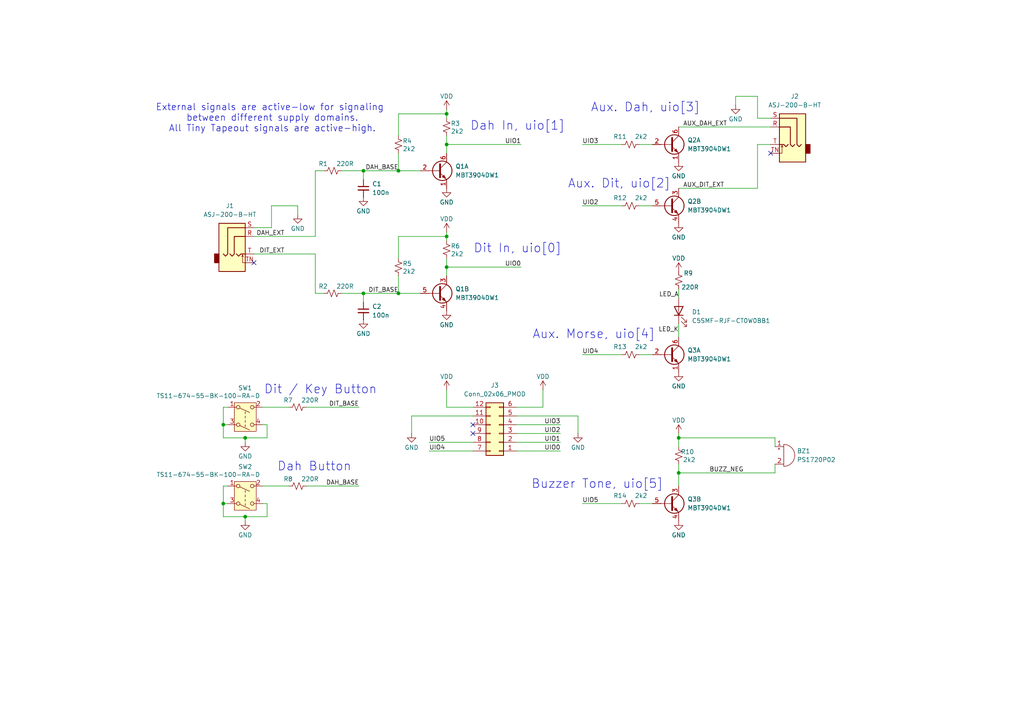
<source format=kicad_sch>
(kicad_sch (version 20250114) (generator "eeschema") (generator_version "9.0")
  (paper "A4")
  (lib_symbols
    (symbol "Connector_Audio:AudioJack3_SwitchT"
      (property "Reference" "J" (at 0 8.89 0))
      (property "Value" "AudioJack3_SwitchT" (at 0 6.35 0))
      (symbol "AudioJack3_SwitchT_0_1"
        (rectangle (start -5.08 -5.08) (end -6.35 -7.62) (stroke (width 0.254)) (fill (type outline)))
        (polyline (pts (xy -1.905 -5.08) (xy -1.27 -5.715) (xy -0.635 -5.08) (xy -0.635 0) (xy 2.54 0)) (stroke (width 0.254)))
        (polyline (pts (xy 0 -5.08) (xy 0.635 -5.715) (xy 1.27 -5.08) (xy 2.54 -5.08)) (stroke (width 0.254)))
        (polyline (pts (xy 1.778 -5.334) (xy 2.032 -5.842)))
        (rectangle (start 2.54 3.81) (end -5.08 -10.16) (stroke (width 0.254)) (fill (type background)))
        (polyline (pts (xy 2.54 2.54) (xy -2.54 2.54) (xy -2.54 -5.08) (xy -3.175 -5.715) (xy -3.81 -5.08)) (stroke (width 0.254)))
        (polyline (pts (xy 2.54 -7.62) (xy 1.778 -7.62) (xy 1.778 -5.334) (xy 1.524 -5.842)))
      )
      (symbol "AudioJack3_SwitchT_1_1"
        (pin passive line (at 5.08 2.54 180) (length 2.54) (name "~") (number "S"))
        (pin passive line (at 5.08 0 180) (length 2.54) (name "~") (number "R"))
        (pin passive line (at 5.08 -5.08 180) (length 2.54) (name "~") (number "T"))
        (pin passive line (at 5.08 -7.62 180) (length 2.54) (name "~") (number "TN"))
      )
    )
    (symbol "Connector_Generic:Conn_02x06_Top_Bottom" (pin_names (offset 1.016) (hide yes))
      (property "Reference" "J" (at 1.27 7.62 0))
      (property "Value" "Conn_02x06_Top_Bottom" (at 1.27 -10.16 0))
      (symbol "Conn_02x06_Top_Bottom_1_1"
        (rectangle (start -1.27 6.35) (end 3.81 -8.89) (stroke (width 0.254)) (fill (type background)))
        (rectangle (start -1.27 5.207) (end 0 4.953) (stroke (width 0.1524)))
        (rectangle (start -1.27 2.667) (end 0 2.413) (stroke (width 0.1524)))
        (rectangle (start -1.27 0.127) (end 0 -0.127) (stroke (width 0.1524)))
        (rectangle (start -1.27 -2.413) (end 0 -2.667) (stroke (width 0.1524)))
        (rectangle (start -1.27 -4.953) (end 0 -5.207) (stroke (width 0.1524)))
        (rectangle (start -1.27 -7.493) (end 0 -7.747) (stroke (width 0.1524)))
        (rectangle (start 3.81 5.207) (end 2.54 4.953) (stroke (width 0.1524)))
        (rectangle (start 3.81 2.667) (end 2.54 2.413) (stroke (width 0.1524)))
        (rectangle (start 3.81 0.127) (end 2.54 -0.127) (stroke (width 0.1524)))
        (rectangle (start 3.81 -2.413) (end 2.54 -2.667) (stroke (width 0.1524)))
        (rectangle (start 3.81 -4.953) (end 2.54 -5.207) (stroke (width 0.1524)))
        (rectangle (start 3.81 -7.493) (end 2.54 -7.747) (stroke (width 0.1524)))
        (pin passive line (at -5.08 5.08 0) (length 3.81) (name "Pin_1") (number "1"))
        (pin passive line (at -5.08 2.54 0) (length 3.81) (name "Pin_2") (number "2"))
        (pin passive line (at -5.08 0 0) (length 3.81) (name "Pin_3") (number "3"))
        (pin passive line (at -5.08 -2.54 0) (length 3.81) (name "Pin_4") (number "4"))
        (pin passive line (at -5.08 -5.08 0) (length 3.81) (name "Pin_5") (number "5"))
        (pin passive line (at -5.08 -7.62 0) (length 3.81) (name "Pin_6") (number "6"))
        (pin passive line (at 7.62 5.08 180) (length 3.81) (name "Pin_7") (number "7"))
        (pin passive line (at 7.62 2.54 180) (length 3.81) (name "Pin_8") (number "8"))
        (pin passive line (at 7.62 0 180) (length 3.81) (name "Pin_9") (number "9"))
        (pin passive line (at 7.62 -2.54 180) (length 3.81) (name "Pin_10") (number "10"))
        (pin passive line (at 7.62 -5.08 180) (length 3.81) (name "Pin_11") (number "11"))
        (pin passive line (at 7.62 -7.62 180) (length 3.81) (name "Pin_12") (number "12"))
      )
    )
    (symbol "Device:Buzzer" (pin_names (offset 0.0254) (hide yes))
      (property "Reference" "BZ" (at 3.81 1.27 0))
      (property "Value" "Buzzer" (at 3.81 -1.27 0))
      (symbol "Buzzer_0_1"
        (polyline (pts (xy -1.651 1.905) (xy -1.143 1.905)))
        (polyline (pts (xy -1.397 2.159) (xy -1.397 1.651)))
        (arc (start 0 3.175) (mid 3.1612 0) (end 0 -3.175))
        (polyline (pts (xy 0 3.175) (xy 0 -3.175)))
      )
      (symbol "Buzzer_1_1"
        (pin passive line (at -2.54 2.54 0) (length 2.54) (name "+") (number "1"))
        (pin passive line (at -2.54 -2.54 0) (length 2.54) (name "-") (number "2"))
      )
    )
    (symbol "Device:C_Small" (pin_numbers (hide yes)) (pin_names (offset 0.254) (hide yes))
      (property "Reference" "C" (at 0.254 1.778 0))
      (property "Value" "C_Small" (at 0.254 -2.032 0))
      (symbol "C_Small_0_1"
        (polyline (pts (xy -1.524 0.508) (xy 1.524 0.508)) (stroke (width 0.3048)))
        (polyline (pts (xy -1.524 -0.508) (xy 1.524 -0.508)) (stroke (width 0.3302)))
      )
      (symbol "C_Small_1_1"
        (pin passive line (at 0 2.54 270) (length 2.032) (name "~") (number "1"))
        (pin passive line (at 0 -2.54 90) (length 2.032) (name "~") (number "2"))
      )
    )
    (symbol "Device:LED" (pin_numbers (hide yes)) (pin_names (offset 1.016) (hide yes))
      (property "Reference" "D" (at 0 2.54 0))
      (property "Value" "LED" (at 0 -2.54 0))
      (symbol "LED_0_1"
        (polyline (pts (xy -3.048 -0.762) (xy -4.572 -2.286) (xy -3.81 -2.286) (xy -4.572 -2.286) (xy -4.572 -1.524)))
        (polyline (pts (xy -1.778 -0.762) (xy -3.302 -2.286) (xy -2.54 -2.286) (xy -3.302 -2.286) (xy -3.302 -1.524)))
        (polyline (pts (xy -1.27 0) (xy 1.27 0)))
        (polyline (pts (xy -1.27 -1.27) (xy -1.27 1.27)) (stroke (width 0.254)))
        (polyline (pts (xy 1.27 -1.27) (xy 1.27 1.27) (xy -1.27 0) (xy 1.27 -1.27)) (stroke (width 0.254)))
      )
      (symbol "LED_1_1"
        (pin passive line (at -3.81 0 0) (length 2.54) (name "K") (number "1"))
        (pin passive line (at 3.81 0 180) (length 2.54) (name "A") (number "2"))
      )
    )
    (symbol "Device:R_Small_US" (pin_numbers (hide yes)) (pin_names (offset 0.254) (hide yes))
      (property "Reference" "R" (at 0.762 0.508 0))
      (property "Value" "R_Small_US" (at 0.762 -1.016 0))
      (symbol "R_Small_US_1_1"
        (polyline (pts (xy 0 1.524) (xy 1.016 1.143) (xy 0 0.762) (xy -1.016 0.381) (xy 0 0)))
        (polyline (pts (xy 0 0) (xy 1.016 -0.381) (xy 0 -0.762) (xy -1.016 -1.143) (xy 0 -1.524)))
        (pin passive line (at 0 2.54 270) (length 1.016) (name "~") (number "1"))
        (pin passive line (at 0 -2.54 90) (length 1.016) (name "~") (number "2"))
      )
    )
    (symbol "Switch:SW_DPST" (pin_names (offset 0) (hide yes))
      (property "Reference" "SW" (at 0 6.35 0))
      (property "Value" "SW_DPST" (at 0 -5.08 0))
      (symbol "SW_DPST_0_0"
        (circle (center -2.032 2.54) (radius 0.508))
        (circle (center -2.032 -2.54) (radius 0.508))
        (polyline (pts (xy -1.524 2.794) (xy 1.27 4.064)))
        (polyline (pts (xy -1.524 -2.286) (xy 1.27 -1.016)))
        (polyline (pts (xy 0 2.54) (xy 0 3.175)))
        (polyline (pts (xy 0 1.27) (xy 0 1.905)))
        (polyline (pts (xy 0 0) (xy 0 0.635)))
        (polyline (pts (xy 0 -1.27) (xy 0 -0.635)))
        (circle (center 2.032 2.54) (radius 0.508))
        (circle (center 2.032 -2.54) (radius 0.508))
      )
      (symbol "SW_DPST_1_1"
        (rectangle (start -3.175 4.445) (end 3.175 -3.81) (fill (type background)))
        (pin passive line (at -5.08 2.54 0) (length 2.54) (name "3") (number "3"))
        (pin passive line (at -5.08 -2.54 0) (length 2.54) (name "1") (number "1"))
        (pin passive line (at 5.08 2.54 180) (length 2.54) (name "4") (number "4"))
        (pin passive line (at 5.08 -2.54 180) (length 2.54) (name "2") (number "2"))
      )
    )
    (symbol "Transistor_BJT:MBT3904DW1" (pin_names (offset 0) (hide yes))
      (property "Reference" "Q" (at 5.08 1.27 0))
      (property "Value" "MBT3904DW1" (at 5.08 -1.27 0))
      (symbol "MBT3904DW1_0_1"
        (polyline (pts (xy 0.635 1.905) (xy 0.635 -1.905) (xy 0.635 -1.905)) (stroke (width 0.508)))
        (polyline (pts (xy 0.635 0.635) (xy 2.54 2.54)))
        (polyline (pts (xy 0.635 0) (xy -2.54 0)))
        (polyline (pts (xy 0.635 -0.635) (xy 2.54 -2.54) (xy 2.54 -2.54)))
        (circle (center 1.27 0) (radius 2.8194) (stroke (width 0.254)))
        (polyline (pts (xy 1.27 -1.778) (xy 1.778 -1.27) (xy 2.286 -2.286) (xy 1.27 -1.778) (xy 1.27 -1.778)) (fill (type outline)))
      )
      (symbol "MBT3904DW1_1_1"
        (pin input line (at -5.08 0 0) (length 2.54) (name "B1") (number "2"))
        (pin passive line (at 2.54 5.08 270) (length 2.54) (name "C1") (number "6"))
        (pin passive line (at 2.54 -5.08 90) (length 2.54) (name "E1") (number "1"))
      )
      (symbol "MBT3904DW1_2_1"
        (pin input line (at -5.08 0 0) (length 2.54) (name "B2") (number "5"))
        (pin passive line (at 2.54 5.08 270) (length 2.54) (name "C2") (number "3"))
        (pin passive line (at 2.54 -5.08 90) (length 2.54) (name "E2") (number "4"))
      )
    )
    (symbol "power:GND" (power) (pin_numbers (hide yes)) (pin_names (offset 0) (hide yes))
      (property "Value" "GND" (at 0 -3.81 0))
      (symbol "GND_0_1"
        (polyline (pts (xy 0 0) (xy 0 -1.27) (xy 1.27 -1.27) (xy 0 -2.54) (xy -1.27 -1.27) (xy 0 -1.27)))
      )
      (symbol "GND_1_1"
        (pin power_in line (at 0 0 270) (length 0) (name "~") (number "1"))
      )
    )
    (symbol "power:VDD" (power) (pin_numbers (hide yes)) (pin_names (offset 0) (hide yes))
      (property "Value" "VDD" (at 0 3.556 0))
      (symbol "VDD_0_1"
        (polyline (pts (xy -0.762 1.27) (xy 0 2.54)))
        (polyline (pts (xy 0 2.54) (xy 0.762 1.27)))
        (polyline (pts (xy 0 0) (xy 0 2.54)))
      )
      (symbol "VDD_1_1"
        (pin power_in line (at 0 0 90) (length 0) (name "~") (number "1"))
      )
    )
  )
  (text "External signals are active-low for signaling \nbetween different supply domains.\nAll Tiny Tapeout signals are active-high." (at 78.994 34.29 0) (effects (font (size 1.905 1.905))))
  (text "Dah In, uio[1]" (at 150.114 36.576 0) (effects (font (size 2.54 2.54))))
  (text "Aux. Dah, uio[3]" (at 187.198 31.242 0) (effects (font (size 2.54 2.54))))
  (text "Buzzer Tone, uio[5]" (at 173.228 140.462 0) (effects (font (size 2.54 2.54))))
  (text "Dit In, uio[0]" (at 150.114 72.136 0) (effects (font (size 2.54 2.54))))
  (text "Dit / Key Button" (at 92.964 113.03 0) (effects (font (size 2.54 2.54))))
  (text "Aux. Dit, uio[2]" (at 179.578 53.34 0) (effects (font (size 2.54 2.54))))
  (text "Dah Button" (at 91.186 135.382 0) (effects (font (size 2.54 2.54))))
  (text "Aux. Morse, uio[4]" (at 172.212 97.028 0) (effects (font (size 2.54 2.54))))
  (junction (at 71.12 127))
  (junction (at 64.77 123.19))
  (junction (at 129.54 33.02))
  (junction (at 115.57 49.53))
  (junction (at 105.41 49.53))
  (junction (at 129.54 68.58))
  (junction (at 196.85 127))
  (junction (at 129.54 77.47))
  (junction (at 115.57 85.09))
  (junction (at 64.77 146.05))
  (junction (at 129.54 41.91))
  (junction (at 196.85 137.16))
  (junction (at 105.41 85.09))
  (junction (at 71.12 149.86))
  (no_connect (at 137.16 125.73))
  (no_connect (at 137.16 123.19))
  (no_connect (at 73.66 76.2))
  (no_connect (at 223.52 44.45))
  (wire (pts (xy 180.34 146.05) (xy 168.91 146.05)))
  (wire (pts (xy 88.9 140.97) (xy 104.14 140.97)))
  (wire (pts (xy 196.85 137.16) (xy 224.79 137.16)))
  (wire (pts (xy 71.12 149.86) (xy 77.47 149.86)))
  (wire (pts (xy 129.54 77.47) (xy 129.54 80.01)))
  (wire (pts (xy 119.38 120.65) (xy 137.16 120.65)))
  (wire (pts (xy 73.66 73.66) (xy 91.44 73.66)))
  (wire (pts (xy 196.85 134.62) (xy 196.85 137.16)))
  (wire (pts (xy 189.23 146.05) (xy 185.42 146.05)))
  (wire (pts (xy 129.54 118.11) (xy 137.16 118.11)))
  (wire (pts (xy 149.86 123.19) (xy 162.56 123.19)))
  (wire (pts (xy 64.77 146.05) (xy 64.77 149.86)))
  (wire (pts (xy 64.77 140.97) (xy 64.77 146.05)))
  (wire (pts (xy 196.85 54.61) (xy 219.71 54.61)))
  (wire (pts (xy 115.57 80.01) (xy 115.57 85.09)))
  (wire (pts (xy 157.48 113.03) (xy 157.48 118.11)))
  (wire (pts (xy 66.04 118.11) (xy 64.77 118.11)))
  (wire (pts (xy 219.71 27.94) (xy 213.36 27.94)))
  (wire (pts (xy 115.57 74.93) (xy 115.57 68.58)))
  (wire (pts (xy 219.71 34.29) (xy 219.71 27.94)))
  (wire (pts (xy 129.54 77.47) (xy 151.13 77.47)))
  (wire (pts (xy 185.42 59.69) (xy 189.23 59.69)))
  (wire (pts (xy 196.85 127) (xy 224.79 127)))
  (wire (pts (xy 196.85 137.16) (xy 196.85 140.97)))
  (wire (pts (xy 91.44 49.53) (xy 91.44 68.58)))
  (wire (pts (xy 99.06 49.53) (xy 105.41 49.53)))
  (wire (pts (xy 77.47 149.86) (xy 77.47 146.05)))
  (wire (pts (xy 77.47 123.19) (xy 77.47 127)))
  (wire (pts (xy 91.44 85.09) (xy 93.98 85.09)))
  (wire (pts (xy 129.54 74.93) (xy 129.54 77.47)))
  (wire (pts (xy 115.57 39.37) (xy 115.57 33.02)))
  (wire (pts (xy 124.46 128.27) (xy 137.16 128.27)))
  (wire (pts (xy 64.77 123.19) (xy 66.04 123.19)))
  (wire (pts (xy 213.36 27.94) (xy 213.36 30.48)))
  (wire (pts (xy 73.66 68.58) (xy 91.44 68.58)))
  (wire (pts (xy 129.54 113.03) (xy 129.54 118.11)))
  (wire (pts (xy 71.12 127) (xy 71.12 128.27)))
  (wire (pts (xy 129.54 41.91) (xy 129.54 44.45)))
  (wire (pts (xy 196.85 83.82) (xy 196.85 86.36)))
  (wire (pts (xy 86.36 59.69) (xy 86.36 62.23)))
  (wire (pts (xy 129.54 67.31) (xy 129.54 68.58)))
  (wire (pts (xy 91.44 49.53) (xy 93.98 49.53)))
  (wire (pts (xy 71.12 127) (xy 64.77 127)))
  (wire (pts (xy 196.85 93.98) (xy 196.85 97.79)))
  (wire (pts (xy 77.47 127) (xy 71.12 127)))
  (wire (pts (xy 157.48 118.11) (xy 149.86 118.11)))
  (wire (pts (xy 149.86 128.27) (xy 162.56 128.27)))
  (wire (pts (xy 223.52 41.91) (xy 219.71 41.91)))
  (wire (pts (xy 149.86 130.81) (xy 162.56 130.81)))
  (wire (pts (xy 185.42 41.91) (xy 189.23 41.91)))
  (wire (pts (xy 196.85 36.83) (xy 223.52 36.83)))
  (wire (pts (xy 149.86 125.73) (xy 162.56 125.73)))
  (wire (pts (xy 71.12 149.86) (xy 71.12 151.13)))
  (wire (pts (xy 115.57 85.09) (xy 121.92 85.09)))
  (wire (pts (xy 129.54 39.37) (xy 129.54 41.91)))
  (wire (pts (xy 224.79 137.16) (xy 224.79 134.62)))
  (wire (pts (xy 219.71 41.91) (xy 219.71 54.61)))
  (wire (pts (xy 105.41 49.53) (xy 115.57 49.53)))
  (wire (pts (xy 129.54 31.75) (xy 129.54 33.02)))
  (wire (pts (xy 66.04 146.05) (xy 64.77 146.05)))
  (wire (pts (xy 105.41 85.09) (xy 105.41 87.63)))
  (wire (pts (xy 64.77 127) (xy 64.77 123.19)))
  (wire (pts (xy 180.34 102.87) (xy 168.91 102.87)))
  (wire (pts (xy 76.2 123.19) (xy 77.47 123.19)))
  (wire (pts (xy 224.79 127) (xy 224.79 129.54)))
  (wire (pts (xy 76.2 146.05) (xy 77.47 146.05)))
  (wire (pts (xy 64.77 118.11) (xy 64.77 123.19)))
  (wire (pts (xy 76.2 118.11) (xy 83.82 118.11)))
  (wire (pts (xy 167.64 120.65) (xy 167.64 125.73)))
  (wire (pts (xy 149.86 120.65) (xy 167.64 120.65)))
  (wire (pts (xy 78.74 59.69) (xy 86.36 59.69)))
  (wire (pts (xy 88.9 118.11) (xy 104.14 118.11)))
  (wire (pts (xy 73.66 66.04) (xy 78.74 66.04)))
  (wire (pts (xy 99.06 85.09) (xy 105.41 85.09)))
  (wire (pts (xy 64.77 149.86) (xy 71.12 149.86)))
  (wire (pts (xy 66.04 140.97) (xy 64.77 140.97)))
  (wire (pts (xy 129.54 33.02) (xy 129.54 34.29)))
  (wire (pts (xy 115.57 49.53) (xy 121.92 49.53)))
  (wire (pts (xy 196.85 127) (xy 196.85 129.54)))
  (wire (pts (xy 168.91 41.91) (xy 180.34 41.91)))
  (wire (pts (xy 91.44 85.09) (xy 91.44 73.66)))
  (wire (pts (xy 115.57 68.58) (xy 129.54 68.58)))
  (wire (pts (xy 115.57 33.02) (xy 129.54 33.02)))
  (wire (pts (xy 115.57 44.45) (xy 115.57 49.53)))
  (wire (pts (xy 119.38 120.65) (xy 119.38 125.73)))
  (wire (pts (xy 105.41 49.53) (xy 105.41 52.07)))
  (wire (pts (xy 78.74 66.04) (xy 78.74 59.69)))
  (wire (pts (xy 168.91 59.69) (xy 180.34 59.69)))
  (wire (pts (xy 223.52 34.29) (xy 219.71 34.29)))
  (wire (pts (xy 129.54 68.58) (xy 129.54 69.85)))
  (wire (pts (xy 105.41 85.09) (xy 115.57 85.09)))
  (wire (pts (xy 196.85 125.73) (xy 196.85 127)))
  (wire (pts (xy 76.2 140.97) (xy 83.82 140.97)))
  (wire (pts (xy 124.46 130.81) (xy 137.16 130.81)))
  (wire (pts (xy 189.23 102.87) (xy 185.42 102.87)))
  (wire (pts (xy 129.54 41.91) (xy 151.13 41.91)))
  (label "UIO5" (at 124.46 128.27 0))
  (label "UIO0" (at 151.13 77.47 180))
  (label "DIT_BASE" (at 115.57 85.09 180))
  (label "LED_A" (at 196.85 86.36 180))
  (label "UIO3" (at 162.56 123.19 180))
  (label "DIT_EXT" (at 82.55 73.66 180))
  (label "UIO4" (at 124.46 130.81 0))
  (label "LED_K" (at 196.85 96.52 180))
  (label "DAH_EXT" (at 82.55 68.58 180))
  (label "DIT_BASE" (at 104.14 118.11 180))
  (label "UIO4" (at 168.91 102.87 0))
  (label "UIO5" (at 168.91 146.05 0))
  (label "AUX_DIT_EXT" (at 198.12 54.61 0))
  (label "UIO1" (at 162.56 128.27 180))
  (label "UIO2" (at 168.91 59.69 0))
  (label "UIO0" (at 162.56 130.81 180))
  (label "UIO2" (at 162.56 125.73 180))
  (label "DAH_BASE" (at 115.57 49.53 180))
  (label "DAH_BASE" (at 104.14 140.97 180))
  (label "BUZZ_NEG" (at 205.74 137.16 0))
  (label "UIO1" (at 151.13 41.91 180))
  (label "UIO3" (at 168.91 41.91 0))
  (label "AUX_DAH_EXT" (at 198.12 36.83 0))
  (symbol (lib_id "Device:Buzzer") (at 227.33 132.08 0) (unit 1)
    (property "Reference" "BZ1" (at 231.14 130.8099 0) (effects (justify left)))
    (property "Value" "PS1720P02" (at 231.14 133.3499 0) (effects (justify left)))
    (property "Footprint" "b-etz:Buzzer_TDK_PS1720P02" (effects (hide yes)))
    (property "Datasheet" "https://product.tdk.com/system/files/dam/doc/product/sw_piezo/sw_piezo/piezo-buzzer/catalog/piezoelectronic_buzzer_ps_en.pdf" (effects (hide yes)))
    (property "Description" "TDK PS1720P02 Piezo 17x8mm Buzzer Indicator" (effects (hide yes)))
  )
  (symbol (lib_id "Switch:SW_DPST") (at 71.12 143.51 0) (mirror x) (unit 1)
    (property "Reference" "SW2" (at 73.152 135.382 0) (effects (justify right)))
    (property "Value" "TS11-674-55-BK-100-RA-D" (at 75.438 137.668 0) (effects (justify right)))
    (property "Footprint" "b-etz:TS11-674-55-BK-100-RA-D" (effects (hide yes)))
    (property "Datasheet" "https://www.sameskydevices.com/product/resource/ts11.pdf" (effects (hide yes)))
    (property "Description" "Double Pole Single Throw (DPST) Switch" (effects (hide yes)))
  )
  (symbol (lib_id "Device:R_Small_US") (at 182.88 59.69 270) (unit 1)
    (property "Reference" "R12" (at 179.832 57.404 90))
    (property "Value" "2k2" (at 185.928 57.404 90))
    (property "Footprint" "Resistor_SMD:R_0805_2012Metric_Pad1.20x1.40mm_HandSolder" (effects (hide yes)))
    (property "Datasheet" "https://www.mouser.com/datasheet/2/447/PYu_RC_Group_51_RoHS_L_11-1984063.pdf" (effects (hide yes)))
    (property "Description" "Yageo RC0805JR-102K2L 2.2 kOhm 5% 1/8W 0805" (effects (hide yes)))
  )
  (symbol (lib_id "power:VDD") (at 129.54 113.03 0) (unit 1)
    (property "Reference" "#PWR024" (effects (hide yes)))
    (property "Value" "VDD" (at 129.54 109.22 0))
    (property "Description" "Power symbol creates a global label with name \"VDD\"" (effects (hide yes)))
  )
  (symbol (lib_id "power:VDD") (at 129.54 67.31 0) (unit 1)
    (property "Reference" "#PWR05" (effects (hide yes)))
    (property "Value" "VDD" (at 129.54 63.5 0))
    (property "Description" "Power symbol creates a global label with name \"VDD\"" (effects (hide yes)))
  )
  (symbol (lib_id "power:GND") (at 105.41 57.15 0) (unit 1)
    (property "Reference" "#PWR09" (effects (hide yes)))
    (property "Value" "GND" (at 105.41 61.214 0))
    (property "Description" "Power symbol creates a global label with name \"GND\" , ground" (effects (hide yes)))
  )
  (symbol (lib_id "Transistor_BJT:MBT3904DW1") (at 194.31 102.87 0) (unit 1)
    (property "Reference" "Q3" (at 199.39 101.5999 0) (effects (justify left)))
    (property "Value" "MBT3904DW1" (at 199.39 104.1399 0) (effects (justify left)))
    (property "Footprint" "Package_TO_SOT_SMD:SOT-363_SC-70-6" (effects (hide yes)))
    (property "Datasheet" "https://www.onsemi.com/download/data-sheet/pdf/mbt3904dw1t1-d.pdf" (effects (hide yes)))
    (property "Description" "200mA IC, 40V Vce, Dual NPN/NPN Transistors, SOT-363" (effects (hide yes)))
  )
  (symbol (lib_id "Device:R_Small_US") (at 196.85 81.28 180) (unit 1)
    (property "Reference" "R9" (at 199.644 79.248 0))
    (property "Value" "220R" (at 200.152 83.312 0))
    (property "Footprint" "Resistor_SMD:R_0805_2012Metric_Pad1.20x1.40mm_HandSolder" (effects (hide yes)))
    (property "Datasheet" "https://www.mouser.com/datasheet/2/447/YAGEO_PYu_RC_Group_51_RoHS_L_12-3313492.pdf" (effects (hide yes)))
    (property "Description" "Yageo RC0805JR-13220RL 220 Ohm 5% 1/4W 0805" (effects (hide yes)))
  )
  (symbol (lib_id "Device:R_Small_US") (at 96.52 49.53 90) (unit 1)
    (property "Reference" "R1" (at 93.726 47.498 90))
    (property "Value" "220R" (at 100.076 47.498 90))
    (property "Footprint" "Resistor_SMD:R_0805_2012Metric_Pad1.20x1.40mm_HandSolder" (effects (hide yes)))
    (property "Datasheet" "https://www.mouser.com/datasheet/2/447/YAGEO_PYu_RC_Group_51_RoHS_L_12-3313492.pdf" (effects (hide yes)))
    (property "Description" "Yageo RC0805JR-13220RL 220 Ohm 5% 1/4W 0805" (effects (hide yes)))
  )
  (symbol (lib_id "Device:R_Small_US") (at 182.88 102.87 270) (unit 1)
    (property "Reference" "R13" (at 179.832 100.584 90))
    (property "Value" "2k2" (at 185.928 100.584 90))
    (property "Footprint" "Resistor_SMD:R_0805_2012Metric_Pad1.20x1.40mm_HandSolder" (effects (hide yes)))
    (property "Datasheet" "https://www.mouser.com/datasheet/2/447/PYu_RC_Group_51_RoHS_L_11-1984063.pdf" (effects (hide yes)))
    (property "Description" "Yageo RC0805JR-102K2L 2.2 kOhm 5% 1/8W 0805" (effects (hide yes)))
  )
  (symbol (lib_id "power:GND") (at 213.36 30.48 0) (unit 1)
    (property "Reference" "#PWR016" (effects (hide yes)))
    (property "Value" "GND" (at 213.36 34.544 0))
    (property "Description" "Power symbol creates a global label with name \"GND\" , ground" (effects (hide yes)))
  )
  (symbol (lib_id "power:GND") (at 129.54 54.61 0) (unit 1)
    (property "Reference" "#PWR02" (effects (hide yes)))
    (property "Value" "GND" (at 129.54 58.674 0))
    (property "Description" "Power symbol creates a global label with name \"GND\" , ground" (effects (hide yes)))
  )
  (symbol (lib_id "Connector_Audio:AudioJack3_SwitchT") (at 68.58 68.58 0) (unit 1)
    (property "Reference" "J1" (at 66.675 59.69 0))
    (property "Value" "ASJ-200-B-HT" (at 66.675 62.23 0))
    (property "Footprint" "b-etz:ASJ-200-B-HT" (effects (hide yes)))
    (property "Datasheet" "https://app.adam-tech.com/products/download/data_sheet/203699/asj-200-x-ht-data-sheet.pdf" (effects (hide yes)))
    (property "Description" "Audio Jack, 3 Poles (Stereo / TRS), Switched T Pole (Normalling)" (effects (hide yes)))
  )
  (symbol (lib_id "power:GND") (at 86.36 62.23 0) (unit 1)
    (property "Reference" "#PWR01" (effects (hide yes)))
    (property "Value" "GND" (at 86.36 66.294 0))
    (property "Description" "Power symbol creates a global label with name \"GND\" , ground" (effects (hide yes)))
  )
  (symbol (lib_id "Connector_Audio:AudioJack3_SwitchT") (at 228.6 36.83 0) (mirror y) (unit 1)
    (property "Reference" "J2" (at 230.505 27.94 0))
    (property "Value" "ASJ-200-B-HT" (at 230.505 30.48 0))
    (property "Footprint" "b-etz:ASJ-200-B-HT" (effects (hide yes)))
    (property "Datasheet" "https://app.adam-tech.com/products/download/data_sheet/203699/asj-200-x-ht-data-sheet.pdf" (effects (hide yes)))
    (property "Description" "Audio Jack, 3 Poles (Stereo / TRS), Switched T Pole (Normalling)" (effects (hide yes)))
  )
  (symbol (lib_id "Device:R_Small_US") (at 129.54 72.39 180) (unit 1)
    (property "Reference" "R6" (at 132.08 71.374 0))
    (property "Value" "2k2" (at 132.588 73.66 0))
    (property "Footprint" "Resistor_SMD:R_0805_2012Metric_Pad1.20x1.40mm_HandSolder" (effects (hide yes)))
    (property "Datasheet" "https://www.mouser.com/datasheet/2/447/PYu_RC_Group_51_RoHS_L_11-1984063.pdf" (effects (hide yes)))
    (property "Description" "Yageo RC0805JR-102K2L 2.2 kOhm 5% 1/8W 0805" (effects (hide yes)))
  )
  (symbol (lib_id "Transistor_BJT:MBT3904DW1") (at 127 49.53 0) (unit 1)
    (property "Reference" "Q1" (at 132.08 48.2599 0) (effects (justify left)))
    (property "Value" "MBT3904DW1" (at 132.08 50.7999 0) (effects (justify left)))
    (property "Footprint" "Package_TO_SOT_SMD:SOT-363_SC-70-6" (effects (hide yes)))
    (property "Datasheet" "https://www.onsemi.com/download/data-sheet/pdf/mbt3904dw1t1-d.pdf" (effects (hide yes)))
    (property "Description" "200mA IC, 40V Vce, Dual NPN/NPN Transistors, SOT-363" (effects (hide yes)))
  )
  (symbol (lib_id "power:GND") (at 196.85 151.13 0) (unit 1)
    (property "Reference" "#PWR021" (effects (hide yes)))
    (property "Value" "GND" (at 196.85 155.194 0))
    (property "Description" "Power symbol creates a global label with name \"GND\" , ground" (effects (hide yes)))
  )
  (symbol (lib_id "Device:R_Small_US") (at 129.54 36.83 180) (unit 1)
    (property "Reference" "R3" (at 132.08 35.814 0))
    (property "Value" "2k2" (at 132.588 38.1 0))
    (property "Footprint" "Resistor_SMD:R_0805_2012Metric_Pad1.20x1.40mm_HandSolder" (effects (hide yes)))
    (property "Datasheet" "https://www.mouser.com/datasheet/2/447/PYu_RC_Group_51_RoHS_L_11-1984063.pdf" (effects (hide yes)))
    (property "Description" "Yageo RC0805JR-102K2L 2.2 kOhm 5% 1/8W 0805" (effects (hide yes)))
  )
  (symbol (lib_id "power:GND") (at 129.54 90.17 0) (unit 1)
    (property "Reference" "#PWR03" (effects (hide yes)))
    (property "Value" "GND" (at 129.54 94.234 0))
    (property "Description" "Power symbol creates a global label with name \"GND\" , ground" (effects (hide yes)))
  )
  (symbol (lib_id "Device:R_Small_US") (at 182.88 146.05 270) (unit 1)
    (property "Reference" "R14" (at 179.832 143.764 90))
    (property "Value" "2k2" (at 185.928 143.764 90))
    (property "Footprint" "Resistor_SMD:R_0805_2012Metric_Pad1.20x1.40mm_HandSolder" (effects (hide yes)))
    (property "Datasheet" "https://www.mouser.com/datasheet/2/447/PYu_RC_Group_51_RoHS_L_11-1984063.pdf" (effects (hide yes)))
    (property "Description" "Yageo RC0805JR-102K2L 2.2 kOhm 5% 1/8W 0805" (effects (hide yes)))
  )
  (symbol (lib_id "Transistor_BJT:MBT3904DW1") (at 194.31 146.05 0) (unit 2)
    (property "Reference" "Q3" (at 199.39 144.7799 0) (effects (justify left)))
    (property "Value" "MBT3904DW1" (at 199.39 147.3199 0) (effects (justify left)))
    (property "Footprint" "Package_TO_SOT_SMD:SOT-363_SC-70-6" (effects (hide yes)))
    (property "Datasheet" "https://www.onsemi.com/download/data-sheet/pdf/mbt3904dw1t1-d.pdf" (effects (hide yes)))
    (property "Description" "200mA IC, 40V Vce, Dual NPN/NPN Transistors, SOT-363" (effects (hide yes)))
  )
  (symbol (lib_id "power:GND") (at 105.41 92.71 0) (unit 1)
    (property "Reference" "#PWR010" (effects (hide yes)))
    (property "Value" "GND" (at 105.41 96.774 0))
    (property "Description" "Power symbol creates a global label with name \"GND\" , ground" (effects (hide yes)))
  )
  (symbol (lib_id "Device:R_Small_US") (at 96.52 85.09 90) (unit 1)
    (property "Reference" "R2" (at 93.726 83.058 90))
    (property "Value" "220R" (at 100.076 83.058 90))
    (property "Footprint" "Resistor_SMD:R_0805_2012Metric_Pad1.20x1.40mm_HandSolder" (effects (hide yes)))
    (property "Datasheet" "https://www.mouser.com/datasheet/2/447/YAGEO_PYu_RC_Group_51_RoHS_L_12-3313492.pdf" (effects (hide yes)))
    (property "Description" "Yageo RC0805JR-13220RL 220 Ohm 5% 1/4W 0805" (effects (hide yes)))
  )
  (symbol (lib_id "power:GND") (at 196.85 64.77 0) (unit 1)
    (property "Reference" "#PWR08" (effects (hide yes)))
    (property "Value" "GND" (at 196.85 68.834 0))
    (property "Description" "Power symbol creates a global label with name \"GND\" , ground" (effects (hide yes)))
  )
  (symbol (lib_id "Transistor_BJT:MBT3904DW1") (at 194.31 41.91 0) (unit 1)
    (property "Reference" "Q2" (at 199.39 40.6399 0) (effects (justify left)))
    (property "Value" "MBT3904DW1" (at 199.39 43.1799 0) (effects (justify left)))
    (property "Footprint" "Package_TO_SOT_SMD:SOT-363_SC-70-6" (effects (hide yes)))
    (property "Datasheet" "https://www.onsemi.com/download/data-sheet/pdf/mbt3904dw1t1-d.pdf" (effects (hide yes)))
    (property "Description" "200mA IC, 40V Vce, Dual NPN/NPN Transistors, SOT-363" (effects (hide yes)))
  )
  (symbol (lib_id "Device:R_Small_US") (at 196.85 132.08 180) (unit 1)
    (property "Reference" "R10" (at 199.39 131.064 0))
    (property "Value" "2k2" (at 199.898 133.35 0))
    (property "Footprint" "Resistor_SMD:R_0805_2012Metric_Pad1.20x1.40mm_HandSolder" (effects (hide yes)))
    (property "Datasheet" "https://www.mouser.com/datasheet/2/447/PYu_RC_Group_51_RoHS_L_11-1984063.pdf" (effects (hide yes)))
    (property "Description" "Yageo RC0805JR-102K2L 2.2 kOhm 5% 1/8W 0805" (effects (hide yes)))
  )
  (symbol (lib_id "Device:C_Small") (at 105.41 54.61 0) (unit 1)
    (property "Reference" "C1" (at 107.95 53.3462 0) (effects (justify left)))
    (property "Value" "100n" (at 107.95 55.8862 0) (effects (justify left)))
    (property "Footprint" "Capacitor_SMD:C_0805_2012Metric_Pad1.18x1.45mm_HandSolder" (effects (hide yes)))
    (property "Datasheet" "https://content.kemet.com/datasheets/KEM_C1002_X7R_SMD.pdf" (effects (hide yes)))
    (property "Description" "KEMET C0805C104M5RACTU 100nF 20% X7R 50VDC" (effects (hide yes)))
  )
  (symbol (lib_id "power:VDD") (at 129.54 31.75 0) (unit 1)
    (property "Reference" "#PWR04" (effects (hide yes)))
    (property "Value" "VDD" (at 129.54 27.94 0))
    (property "Description" "Power symbol creates a global label with name \"VDD\"" (effects (hide yes)))
  )
  (symbol (lib_id "power:GND") (at 119.38 125.73 0) (unit 1)
    (property "Reference" "#PWR022" (effects (hide yes)))
    (property "Value" "GND" (at 119.38 129.794 0))
    (property "Description" "Power symbol creates a global label with name \"GND\" , ground" (effects (hide yes)))
  )
  (symbol (lib_id "power:VDD") (at 196.85 125.73 0) (unit 1)
    (property "Reference" "#PWR020" (effects (hide yes)))
    (property "Value" "VDD" (at 196.85 121.92 0))
    (property "Description" "Power symbol creates a global label with name \"VDD\"" (effects (hide yes)))
  )
  (symbol (lib_id "Device:R_Small_US") (at 86.36 140.97 90) (unit 1)
    (property "Reference" "R8" (at 83.566 138.938 90))
    (property "Value" "220R" (at 89.916 138.938 90))
    (property "Footprint" "Resistor_SMD:R_0805_2012Metric_Pad1.20x1.40mm_HandSolder" (effects (hide yes)))
    (property "Datasheet" "https://www.mouser.com/datasheet/2/447/YAGEO_PYu_RC_Group_51_RoHS_L_12-3313492.pdf" (effects (hide yes)))
    (property "Description" "Yageo RC0805JR-13220RL 220 Ohm 5% 1/4W 0805" (effects (hide yes)))
  )
  (symbol (lib_id "Device:LED") (at 196.85 90.17 90) (unit 1)
    (property "Reference" "D1" (at 200.66 90.4874 90) (effects (justify right)))
    (property "Value" "C5SMF-RJF-CT0W0BB1" (at 200.66 93.0274 90) (effects (justify right)))
    (property "Footprint" "LED_THT:LED_Oval_W5.2mm_H3.8mm" (effects (hide yes)))
    (property "Datasheet" "https://downloads.cree-led.com/files/ds/h/HB-C5SMF-RJF-RJE-GJF-GJE-BJF-BJE.pdf" (effects (hide yes)))
    (property "Description" "Cree Oval 621nm Red LED C5SMF-RJF-CT0W0BB1" (effects (hide yes)))
  )
  (symbol (lib_id "Device:R_Small_US") (at 86.36 118.11 90) (unit 1)
    (property "Reference" "R7" (at 83.566 116.078 90))
    (property "Value" "220R" (at 89.916 116.078 90))
    (property "Footprint" "Resistor_SMD:R_0805_2012Metric_Pad1.20x1.40mm_HandSolder" (effects (hide yes)))
    (property "Datasheet" "https://www.mouser.com/datasheet/2/447/YAGEO_PYu_RC_Group_51_RoHS_L_12-3313492.pdf" (effects (hide yes)))
    (property "Description" "Yageo RC0805JR-13220RL 220 Ohm 5% 1/4W 0805" (effects (hide yes)))
  )
  (symbol (lib_id "power:VDD") (at 196.85 78.74 0) (unit 1)
    (property "Reference" "#PWR019" (effects (hide yes)))
    (property "Value" "VDD" (at 196.85 74.93 0))
    (property "Description" "Power symbol creates a global label with name \"VDD\"" (effects (hide yes)))
  )
  (symbol (lib_id "Device:C_Small") (at 105.41 90.17 0) (unit 1)
    (property "Reference" "C2" (at 107.95 88.9062 0) (effects (justify left)))
    (property "Value" "100n" (at 107.95 91.4462 0) (effects (justify left)))
    (property "Footprint" "Capacitor_SMD:C_0805_2012Metric_Pad1.18x1.45mm_HandSolder" (effects (hide yes)))
    (property "Datasheet" "https://content.kemet.com/datasheets/KEM_C1002_X7R_SMD.pdf" (effects (hide yes)))
    (property "Description" "KEMET C0805C104M5RACTU 100nF 20% X7R 50VDC" (effects (hide yes)))
  )
  (symbol (lib_id "Device:R_Small_US") (at 182.88 41.91 270) (unit 1)
    (property "Reference" "R11" (at 179.832 39.624 90))
    (property "Value" "2k2" (at 185.928 39.624 90))
    (property "Footprint" "Resistor_SMD:R_0805_2012Metric_Pad1.20x1.40mm_HandSolder" (effects (hide yes)))
    (property "Datasheet" "https://www.mouser.com/datasheet/2/447/PYu_RC_Group_51_RoHS_L_11-1984063.pdf" (effects (hide yes)))
    (property "Description" "Yageo RC0805JR-102K2L 2.2 kOhm 5% 1/8W 0805" (effects (hide yes)))
  )
  (symbol (lib_id "Device:R_Small_US") (at 115.57 41.91 180) (unit 1)
    (property "Reference" "R4" (at 118.11 40.894 0))
    (property "Value" "2k2" (at 118.618 43.18 0))
    (property "Footprint" "Resistor_SMD:R_0805_2012Metric_Pad1.20x1.40mm_HandSolder" (effects (hide yes)))
    (property "Datasheet" "https://www.mouser.com/datasheet/2/447/PYu_RC_Group_51_RoHS_L_11-1984063.pdf" (effects (hide yes)))
    (property "Description" "Yageo RC0805JR-102K2L 2.2 kOhm 5% 1/8W 0805" (effects (hide yes)))
  )
  (symbol (lib_id "power:GND") (at 71.12 128.27 0) (unit 1)
    (property "Reference" "#PWR06" (effects (hide yes)))
    (property "Value" "GND" (at 71.12 132.334 0))
    (property "Description" "Power symbol creates a global label with name \"GND\" , ground" (effects (hide yes)))
  )
  (symbol (lib_id "Transistor_BJT:MBT3904DW1") (at 194.31 59.69 0) (unit 2)
    (property "Reference" "Q2" (at 199.39 58.4199 0) (effects (justify left)))
    (property "Value" "MBT3904DW1" (at 199.39 60.9599 0) (effects (justify left)))
    (property "Footprint" "Package_TO_SOT_SMD:SOT-363_SC-70-6" (effects (hide yes)))
    (property "Datasheet" "https://www.onsemi.com/download/data-sheet/pdf/mbt3904dw1t1-d.pdf" (effects (hide yes)))
    (property "Description" "200mA IC, 40V Vce, Dual NPN/NPN Transistors, SOT-363" (effects (hide yes)))
  )
  (symbol (lib_id "power:GND") (at 196.85 107.95 0) (unit 1)
    (property "Reference" "#PWR017" (effects (hide yes)))
    (property "Value" "GND" (at 196.85 112.014 0))
    (property "Description" "Power symbol creates a global label with name \"GND\" , ground" (effects (hide yes)))
  )
  (symbol (lib_id "power:GND") (at 71.12 151.13 0) (unit 1)
    (property "Reference" "#PWR07" (effects (hide yes)))
    (property "Value" "GND" (at 71.12 155.194 0))
    (property "Description" "Power symbol creates a global label with name \"GND\" , ground" (effects (hide yes)))
  )
  (symbol (lib_id "power:GND") (at 167.64 125.73 0) (unit 1)
    (property "Reference" "#PWR023" (effects (hide yes)))
    (property "Value" "GND" (at 167.64 129.794 0))
    (property "Description" "Power symbol creates a global label with name \"GND\" , ground" (effects (hide yes)))
  )
  (symbol (lib_id "power:GND") (at 196.85 46.99 0) (unit 1)
    (property "Reference" "#PWR012" (effects (hide yes)))
    (property "Value" "GND" (at 196.85 51.054 0))
    (property "Description" "Power symbol creates a global label with name \"GND\" , ground" (effects (hide yes)))
  )
  (symbol (lib_id "Connector_Generic:Conn_02x06_Top_Bottom") (at 144.78 125.73 180) (unit 1)
    (property "Reference" "J3" (at 143.51 111.76 0))
    (property "Value" "Conn_02x06_PMOD" (at 143.51 114.3 0))
    (property "Footprint" "b-etz:PinHeader_2x06_P2.54mm_Horizontal_Flipped" (effects (hide yes)))
    (property "Description" "PMOD Connector, 90 Degrees" (effects (hide yes)))
  )
  (symbol (lib_id "power:VDD") (at 157.48 113.03 0) (unit 1)
    (property "Reference" "#PWR025" (effects (hide yes)))
    (property "Value" "VDD" (at 157.48 109.22 0))
    (property "Description" "Power symbol creates a global label with name \"VDD\"" (effects (hide yes)))
  )
  (symbol (lib_id "Transistor_BJT:MBT3904DW1") (at 127 85.09 0) (unit 2)
    (property "Reference" "Q1" (at 132.08 83.8199 0) (effects (justify left)))
    (property "Value" "MBT3904DW1" (at 132.08 86.3599 0) (effects (justify left)))
    (property "Footprint" "Package_TO_SOT_SMD:SOT-363_SC-70-6" (effects (hide yes)))
    (property "Datasheet" "https://www.onsemi.com/download/data-sheet/pdf/mbt3904dw1t1-d.pdf" (effects (hide yes)))
    (property "Description" "200mA IC, 40V Vce, Dual NPN/NPN Transistors, SOT-363" (effects (hide yes)))
  )
  (symbol (lib_id "Device:R_Small_US") (at 115.57 77.47 180) (unit 1)
    (property "Reference" "R5" (at 118.11 76.454 0))
    (property "Value" "2k2" (at 118.618 78.74 0))
    (property "Footprint" "Resistor_SMD:R_0805_2012Metric_Pad1.20x1.40mm_HandSolder" (effects (hide yes)))
    (property "Datasheet" "https://www.mouser.com/datasheet/2/447/PYu_RC_Group_51_RoHS_L_11-1984063.pdf" (effects (hide yes)))
    (property "Description" "Yageo RC0805JR-102K2L 2.2 kOhm 5% 1/8W 0805" (effects (hide yes)))
  )
  (symbol (lib_id "Switch:SW_DPST") (at 71.12 120.65 0) (mirror x) (unit 1)
    (property "Reference" "SW1" (at 73.152 112.522 0) (effects (justify right)))
    (property "Value" "TS11-674-55-BK-100-RA-D" (at 75.438 114.808 0) (effects (justify right)))
    (property "Footprint" "b-etz:TS11-674-55-BK-100-RA-D" (effects (hide yes)))
    (property "Datasheet" "https://www.sameskydevices.com/product/resource/ts11.pdf" (effects (hide yes)))
    (property "Description" "Double Pole Single Throw (DPST) Switch" (effects (hide yes)))
  )
)
</source>
